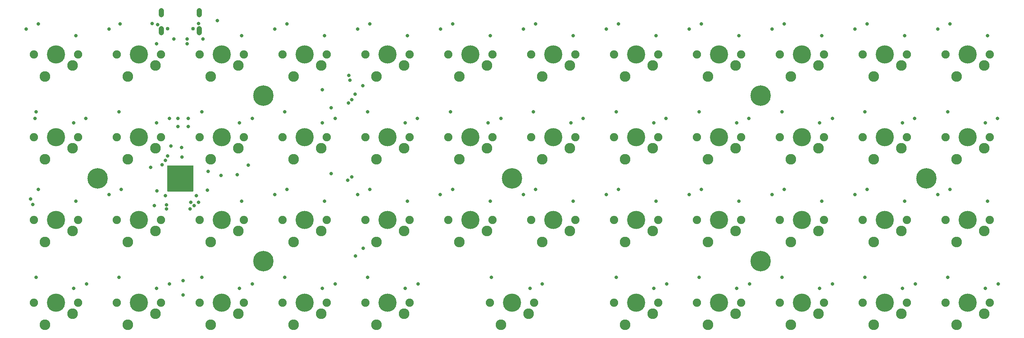
<source format=gbr>
G04 EAGLE Gerber RS-274X export*
G75*
%MOMM*%
%FSLAX34Y34*%
%LPD*%
%INSoldermask Top*%
%IPPOS*%
%AMOC8*
5,1,8,0,0,1.08239X$1,22.5*%
G01*
%ADD10C,4.191000*%
%ADD11C,1.905000*%
%ADD12C,2.451100*%
%ADD13C,1.203200*%
%ADD14C,0.853200*%
%ADD15C,4.703200*%
%ADD16C,0.813200*%

G36*
X505480Y446282D02*
X505480Y446282D01*
X505499Y446280D01*
X505601Y446302D01*
X505703Y446319D01*
X505720Y446328D01*
X505740Y446332D01*
X505829Y446385D01*
X505920Y446434D01*
X505934Y446448D01*
X505951Y446458D01*
X506018Y446537D01*
X506090Y446612D01*
X506098Y446630D01*
X506111Y446645D01*
X506150Y446741D01*
X506193Y446835D01*
X506195Y446855D01*
X506203Y446873D01*
X506221Y447040D01*
X506221Y505460D01*
X506218Y505480D01*
X506220Y505499D01*
X506198Y505601D01*
X506182Y505703D01*
X506172Y505720D01*
X506168Y505740D01*
X506115Y505829D01*
X506066Y505920D01*
X506052Y505934D01*
X506042Y505951D01*
X505963Y506018D01*
X505888Y506090D01*
X505870Y506098D01*
X505855Y506111D01*
X505759Y506150D01*
X505665Y506193D01*
X505645Y506195D01*
X505627Y506203D01*
X505460Y506221D01*
X447040Y506221D01*
X447020Y506218D01*
X447001Y506220D01*
X446899Y506198D01*
X446797Y506182D01*
X446780Y506172D01*
X446760Y506168D01*
X446671Y506115D01*
X446580Y506066D01*
X446566Y506052D01*
X446549Y506042D01*
X446482Y505963D01*
X446411Y505888D01*
X446402Y505870D01*
X446389Y505855D01*
X446350Y505759D01*
X446307Y505665D01*
X446305Y505645D01*
X446297Y505627D01*
X446279Y505460D01*
X446279Y447040D01*
X446282Y447020D01*
X446280Y447001D01*
X446302Y446899D01*
X446319Y446797D01*
X446328Y446780D01*
X446332Y446760D01*
X446385Y446671D01*
X446434Y446580D01*
X446448Y446566D01*
X446458Y446549D01*
X446537Y446482D01*
X446612Y446411D01*
X446630Y446402D01*
X446645Y446389D01*
X446741Y446350D01*
X446835Y446307D01*
X446855Y446305D01*
X446873Y446297D01*
X447040Y446279D01*
X505460Y446279D01*
X505480Y446282D01*
G37*
D10*
X190500Y762000D03*
D11*
X241300Y762000D03*
X139700Y762000D03*
D12*
X228600Y736600D03*
X165100Y711200D03*
D10*
X381000Y762000D03*
D11*
X431800Y762000D03*
X330200Y762000D03*
D12*
X419100Y736600D03*
X355600Y711200D03*
D10*
X571500Y762000D03*
D11*
X622300Y762000D03*
X520700Y762000D03*
D12*
X609600Y736600D03*
X546100Y711200D03*
D10*
X762000Y762000D03*
D11*
X812800Y762000D03*
X711200Y762000D03*
D12*
X800100Y736600D03*
X736600Y711200D03*
D10*
X952500Y762000D03*
D11*
X1003300Y762000D03*
X901700Y762000D03*
D12*
X990600Y736600D03*
X927100Y711200D03*
D10*
X1143000Y762000D03*
D11*
X1193800Y762000D03*
X1092200Y762000D03*
D12*
X1181100Y736600D03*
X1117600Y711200D03*
D10*
X1333500Y762000D03*
D11*
X1384300Y762000D03*
X1282700Y762000D03*
D12*
X1371600Y736600D03*
X1308100Y711200D03*
D10*
X1524000Y762000D03*
D11*
X1574800Y762000D03*
X1473200Y762000D03*
D12*
X1562100Y736600D03*
X1498600Y711200D03*
D10*
X1714500Y762000D03*
D11*
X1765300Y762000D03*
X1663700Y762000D03*
D12*
X1752600Y736600D03*
X1689100Y711200D03*
D10*
X1905000Y762000D03*
D11*
X1955800Y762000D03*
X1854200Y762000D03*
D12*
X1943100Y736600D03*
X1879600Y711200D03*
D10*
X2095500Y762000D03*
D11*
X2146300Y762000D03*
X2044700Y762000D03*
D12*
X2133600Y736600D03*
X2070100Y711200D03*
D10*
X2286000Y762000D03*
D11*
X2336800Y762000D03*
X2235200Y762000D03*
D12*
X2324100Y736600D03*
X2260600Y711200D03*
D10*
X190500Y571500D03*
D11*
X241300Y571500D03*
X139700Y571500D03*
D12*
X228600Y546100D03*
X165100Y520700D03*
D10*
X381000Y571500D03*
D11*
X431800Y571500D03*
X330200Y571500D03*
D12*
X419100Y546100D03*
X355600Y520700D03*
D10*
X571500Y571500D03*
D11*
X622300Y571500D03*
X520700Y571500D03*
D12*
X609600Y546100D03*
X546100Y520700D03*
D10*
X762000Y571500D03*
D11*
X812800Y571500D03*
X711200Y571500D03*
D12*
X800100Y546100D03*
X736600Y520700D03*
D10*
X952500Y571500D03*
D11*
X1003300Y571500D03*
X901700Y571500D03*
D12*
X990600Y546100D03*
X927100Y520700D03*
D10*
X1143000Y571500D03*
D11*
X1193800Y571500D03*
X1092200Y571500D03*
D12*
X1181100Y546100D03*
X1117600Y520700D03*
D10*
X1333500Y571500D03*
D11*
X1384300Y571500D03*
X1282700Y571500D03*
D12*
X1371600Y546100D03*
X1308100Y520700D03*
D10*
X1524000Y571500D03*
D11*
X1574800Y571500D03*
X1473200Y571500D03*
D12*
X1562100Y546100D03*
X1498600Y520700D03*
D10*
X1714500Y571500D03*
D11*
X1765300Y571500D03*
X1663700Y571500D03*
D12*
X1752600Y546100D03*
X1689100Y520700D03*
D10*
X1905000Y571500D03*
D11*
X1955800Y571500D03*
X1854200Y571500D03*
D12*
X1943100Y546100D03*
X1879600Y520700D03*
D10*
X2095500Y571500D03*
D11*
X2146300Y571500D03*
X2044700Y571500D03*
D12*
X2133600Y546100D03*
X2070100Y520700D03*
D10*
X2286000Y571500D03*
D11*
X2336800Y571500D03*
X2235200Y571500D03*
D12*
X2324100Y546100D03*
X2260600Y520700D03*
D10*
X190500Y381000D03*
D11*
X241300Y381000D03*
X139700Y381000D03*
D12*
X228600Y355600D03*
X165100Y330200D03*
D10*
X381000Y381000D03*
D11*
X431800Y381000D03*
X330200Y381000D03*
D12*
X419100Y355600D03*
X355600Y330200D03*
D10*
X571500Y381000D03*
D11*
X622300Y381000D03*
X520700Y381000D03*
D12*
X609600Y355600D03*
X546100Y330200D03*
D10*
X762000Y381000D03*
D11*
X812800Y381000D03*
X711200Y381000D03*
D12*
X800100Y355600D03*
X736600Y330200D03*
D10*
X952500Y381000D03*
D11*
X1003300Y381000D03*
X901700Y381000D03*
D12*
X990600Y355600D03*
X927100Y330200D03*
D10*
X1143000Y381000D03*
D11*
X1193800Y381000D03*
X1092200Y381000D03*
D12*
X1181100Y355600D03*
X1117600Y330200D03*
D10*
X1333500Y381000D03*
D11*
X1384300Y381000D03*
X1282700Y381000D03*
D12*
X1371600Y355600D03*
X1308100Y330200D03*
D10*
X1524000Y381000D03*
D11*
X1574800Y381000D03*
X1473200Y381000D03*
D12*
X1562100Y355600D03*
X1498600Y330200D03*
D10*
X1714500Y381000D03*
D11*
X1765300Y381000D03*
X1663700Y381000D03*
D12*
X1752600Y355600D03*
X1689100Y330200D03*
D10*
X1905000Y381000D03*
D11*
X1955800Y381000D03*
X1854200Y381000D03*
D12*
X1943100Y355600D03*
X1879600Y330200D03*
D10*
X2095500Y381000D03*
D11*
X2146300Y381000D03*
X2044700Y381000D03*
D12*
X2133600Y355600D03*
X2070100Y330200D03*
D10*
X2286000Y381000D03*
D11*
X2336800Y381000D03*
X2235200Y381000D03*
D12*
X2324100Y355600D03*
X2260600Y330200D03*
D10*
X190500Y190500D03*
D11*
X241300Y190500D03*
X139700Y190500D03*
D12*
X228600Y165100D03*
X165100Y139700D03*
D10*
X381000Y190500D03*
D11*
X431800Y190500D03*
X330200Y190500D03*
D12*
X419100Y165100D03*
X355600Y139700D03*
D10*
X571500Y190500D03*
D11*
X622300Y190500D03*
X520700Y190500D03*
D12*
X609600Y165100D03*
X546100Y139700D03*
D10*
X762000Y190500D03*
D11*
X812800Y190500D03*
X711200Y190500D03*
D12*
X800100Y165100D03*
X736600Y139700D03*
D10*
X952500Y190500D03*
D11*
X1003300Y190500D03*
X901700Y190500D03*
D12*
X990600Y165100D03*
X927100Y139700D03*
D10*
X1238250Y190500D03*
D11*
X1289050Y190500D03*
X1187450Y190500D03*
D12*
X1276350Y165100D03*
X1212850Y139700D03*
D10*
X1524000Y190500D03*
D11*
X1574800Y190500D03*
X1473200Y190500D03*
D12*
X1562100Y165100D03*
X1498600Y139700D03*
D10*
X1714500Y190500D03*
D11*
X1765300Y190500D03*
X1663700Y190500D03*
D12*
X1752600Y165100D03*
X1689100Y139700D03*
D10*
X1905000Y190500D03*
D11*
X1955800Y190500D03*
X1854200Y190500D03*
D12*
X1943100Y165100D03*
X1879600Y139700D03*
D10*
X2095500Y190500D03*
D11*
X2146300Y190500D03*
X2044700Y190500D03*
D12*
X2133600Y165100D03*
X2070100Y139700D03*
D10*
X2286000Y190500D03*
D11*
X2336800Y190500D03*
X2235200Y190500D03*
D12*
X2324100Y165100D03*
X2260600Y139700D03*
D13*
X433050Y811310D02*
X433050Y821310D01*
X519450Y821310D02*
X519450Y811310D01*
X433050Y852810D02*
X433050Y862810D01*
X519450Y862810D02*
X519450Y852810D01*
D14*
X447350Y821300D03*
X505150Y821300D03*
D15*
X285750Y476250D03*
X666750Y666750D03*
X666750Y285750D03*
X1238250Y476250D03*
X1809750Y666750D03*
X1809750Y285750D03*
X2190750Y476250D03*
D16*
X121920Y820420D03*
X236220Y805180D03*
X312420Y820420D03*
X411480Y833120D03*
X693420Y820420D03*
X561340Y839470D03*
X617220Y805180D03*
X807720Y805180D03*
X883920Y820420D03*
X998220Y805180D03*
X1074420Y820420D03*
X1188720Y805180D03*
X1264920Y820420D03*
X1379220Y805180D03*
X1455420Y820420D03*
X1569720Y805180D03*
X1645920Y820420D03*
X1760220Y805180D03*
X1836420Y820420D03*
X1950720Y805180D03*
X2026920Y820420D03*
X2141220Y805180D03*
X2217420Y820420D03*
X2331720Y805180D03*
X2354580Y614680D03*
X2240280Y629920D03*
X2164080Y614680D03*
X2049780Y629920D03*
X1974850Y614680D03*
X1859280Y629920D03*
X1783080Y614680D03*
X1668780Y629920D03*
X1592580Y614680D03*
X1402080Y614680D03*
X1287780Y629920D03*
X1478280Y629920D03*
X1212850Y614680D03*
X1097280Y629920D03*
X1021080Y614680D03*
X906780Y629920D03*
X831850Y614680D03*
X716280Y629920D03*
X641350Y614680D03*
X525780Y629920D03*
X450850Y614680D03*
X335280Y629920D03*
X259080Y614680D03*
X144780Y629920D03*
X236220Y424180D03*
X312420Y439420D03*
X617220Y424180D03*
X693420Y439420D03*
X807720Y424180D03*
X883920Y439420D03*
X998220Y424180D03*
X1073150Y439420D03*
X1188720Y424180D03*
X1264920Y439420D03*
X1379220Y424180D03*
X1455420Y439420D03*
X1569720Y424180D03*
X1645920Y439420D03*
X1760220Y424180D03*
X1836420Y439420D03*
X1950720Y424180D03*
X2026920Y439420D03*
X2141220Y424180D03*
X2217420Y439420D03*
X2331720Y424180D03*
X2355850Y233680D03*
X2240280Y248920D03*
X2165350Y233680D03*
X2049780Y248920D03*
X1974850Y233680D03*
X1859280Y248920D03*
X1784350Y233680D03*
X1668780Y248920D03*
X1593850Y233680D03*
X1478280Y248920D03*
X1308100Y233680D03*
X1191260Y248920D03*
X1022350Y233680D03*
X906780Y248920D03*
X831850Y233680D03*
X716280Y248920D03*
X641350Y233680D03*
X525780Y248920D03*
X450850Y233680D03*
X335280Y248920D03*
X260350Y233680D03*
X144780Y248920D03*
X476250Y476250D03*
X458470Y476250D03*
X458470Y458470D03*
X458470Y494030D03*
X476250Y458470D03*
X494030Y458470D03*
X476250Y494030D03*
X494030Y494030D03*
X494030Y476250D03*
X538480Y449580D03*
X513080Y436880D03*
X441960Y436880D03*
X407670Y501650D03*
X454660Y551180D03*
X478790Y547370D03*
X416560Y414020D03*
X132080Y429260D03*
X569706Y483362D03*
X607060Y485140D03*
X632460Y506730D03*
X865766Y702684D03*
X149860Y831850D03*
X337820Y831850D03*
X461010Y797560D03*
X491490Y797560D03*
X518160Y833120D03*
X721360Y831850D03*
X911860Y831850D03*
X1102360Y831850D03*
X1292860Y831850D03*
X1483360Y831850D03*
X1673860Y831850D03*
X1864360Y831850D03*
X2054860Y831850D03*
X2245360Y831850D03*
X2326640Y604520D03*
X2136140Y604520D03*
X1945640Y604520D03*
X1755140Y604520D03*
X1564640Y604520D03*
X1374140Y604520D03*
X1183640Y604520D03*
X993140Y604520D03*
X802640Y604520D03*
X612140Y604520D03*
X421640Y604520D03*
X231140Y604520D03*
X340360Y450850D03*
X721360Y450850D03*
X149860Y450850D03*
X911860Y450850D03*
X1102360Y450850D03*
X1292860Y450850D03*
X1483360Y450850D03*
X1673860Y450850D03*
X1864360Y450850D03*
X2054860Y450850D03*
X2245360Y450850D03*
X2326640Y223520D03*
X2136140Y223520D03*
X1945640Y223520D03*
X1755140Y223520D03*
X1564640Y223520D03*
X1280160Y223520D03*
X993140Y223520D03*
X802640Y223520D03*
X612140Y223520D03*
X421640Y223520D03*
X231140Y223520D03*
X422055Y447455D03*
X500380Y421640D03*
X480060Y525780D03*
X434340Y508000D03*
X447040Y528320D03*
X518181Y421619D03*
X539750Y492358D03*
X863600Y713740D03*
X528320Y797560D03*
X424180Y830580D03*
X470408Y614680D03*
X494284Y614680D03*
X444138Y415040D03*
X508000Y413512D03*
X137160Y416560D03*
X142240Y614680D03*
X822960Y638810D03*
X822960Y487172D03*
X869950Y657860D03*
X869950Y480060D03*
X896620Y315722D03*
X895350Y689610D03*
X441960Y518160D03*
X802640Y680720D03*
X470408Y596120D03*
X494284Y596120D03*
X444138Y406400D03*
X498362Y406400D03*
X421640Y786620D03*
X491490Y786620D03*
X482600Y240912D03*
X482600Y208008D03*
X878840Y297688D03*
X877570Y670560D03*
X861060Y472440D03*
X862330Y650240D03*
M02*

</source>
